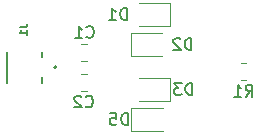
<source format=gbr>
%TF.GenerationSoftware,KiCad,Pcbnew,(5.1.10)-1*%
%TF.CreationDate,2021-11-30T19:49:35-05:00*%
%TF.ProjectId,Microwave_Circuit,4d696372-6f77-4617-9665-5f4369726375,rev?*%
%TF.SameCoordinates,Original*%
%TF.FileFunction,Legend,Bot*%
%TF.FilePolarity,Positive*%
%FSLAX46Y46*%
G04 Gerber Fmt 4.6, Leading zero omitted, Abs format (unit mm)*
G04 Created by KiCad (PCBNEW (5.1.10)-1) date 2021-11-30 19:49:35*
%MOMM*%
%LPD*%
G01*
G04 APERTURE LIST*
%ADD10C,0.120000*%
%ADD11C,0.200000*%
%ADD12C,0.150000*%
G04 APERTURE END LIST*
D10*
%TO.C,R1*%
X192582436Y-67972000D02*
X193036564Y-67972000D01*
X192582436Y-69442000D02*
X193036564Y-69442000D01*
D11*
%TO.C,J1*%
X175694000Y-69176000D02*
X175694000Y-69626000D01*
X175694000Y-67476000D02*
X175694000Y-67026000D01*
X172794000Y-69626000D02*
X172794000Y-67026000D01*
X176944000Y-68326000D02*
G75*
G03*
X176944000Y-68326000I-100000J0D01*
G01*
D10*
%TO.C,D5*%
X183290500Y-71811000D02*
X185975500Y-71811000D01*
X183290500Y-73731000D02*
X183290500Y-71811000D01*
X185975500Y-73731000D02*
X183290500Y-73731000D01*
%TO.C,D3*%
X183912000Y-69271000D02*
X186597000Y-69271000D01*
X186597000Y-69271000D02*
X186597000Y-71191000D01*
X186597000Y-71191000D02*
X183912000Y-71191000D01*
%TO.C,D2*%
X183227000Y-65461000D02*
X185912000Y-65461000D01*
X183227000Y-67381000D02*
X183227000Y-65461000D01*
X185912000Y-67381000D02*
X183227000Y-67381000D01*
%TO.C,D1*%
X183912000Y-62921000D02*
X186597000Y-62921000D01*
X186597000Y-62921000D02*
X186597000Y-64841000D01*
X186597000Y-64841000D02*
X183912000Y-64841000D01*
%TO.C,C2*%
X179001748Y-68861000D02*
X179524252Y-68861000D01*
X179001748Y-70331000D02*
X179524252Y-70331000D01*
%TO.C,C1*%
X179519252Y-67791000D02*
X178996748Y-67791000D01*
X179519252Y-66321000D02*
X178996748Y-66321000D01*
%TO.C,R1*%
D12*
X192976166Y-70809380D02*
X193309500Y-70333190D01*
X193547595Y-70809380D02*
X193547595Y-69809380D01*
X193166642Y-69809380D01*
X193071404Y-69857000D01*
X193023785Y-69904619D01*
X192976166Y-69999857D01*
X192976166Y-70142714D01*
X193023785Y-70237952D01*
X193071404Y-70285571D01*
X193166642Y-70333190D01*
X193547595Y-70333190D01*
X192023785Y-70809380D02*
X192595214Y-70809380D01*
X192309500Y-70809380D02*
X192309500Y-69809380D01*
X192404738Y-69952238D01*
X192499976Y-70047476D01*
X192595214Y-70095095D01*
%TO.C,J1*%
X173830023Y-64937666D02*
X174287166Y-64937666D01*
X174378595Y-64907190D01*
X174439547Y-64846238D01*
X174470023Y-64754809D01*
X174470023Y-64693857D01*
X174470023Y-65577666D02*
X174470023Y-65211952D01*
X174470023Y-65394809D02*
X173830023Y-65394809D01*
X173921452Y-65333857D01*
X173982404Y-65272904D01*
X174012880Y-65211952D01*
%TO.C,D5*%
X182983095Y-73223380D02*
X182983095Y-72223380D01*
X182745000Y-72223380D01*
X182602142Y-72271000D01*
X182506904Y-72366238D01*
X182459285Y-72461476D01*
X182411666Y-72651952D01*
X182411666Y-72794809D01*
X182459285Y-72985285D01*
X182506904Y-73080523D01*
X182602142Y-73175761D01*
X182745000Y-73223380D01*
X182983095Y-73223380D01*
X181506904Y-72223380D02*
X181983095Y-72223380D01*
X182030714Y-72699571D01*
X181983095Y-72651952D01*
X181887857Y-72604333D01*
X181649761Y-72604333D01*
X181554523Y-72651952D01*
X181506904Y-72699571D01*
X181459285Y-72794809D01*
X181459285Y-73032904D01*
X181506904Y-73128142D01*
X181554523Y-73175761D01*
X181649761Y-73223380D01*
X181887857Y-73223380D01*
X181983095Y-73175761D01*
X182030714Y-73128142D01*
%TO.C,D3*%
X188444095Y-70683380D02*
X188444095Y-69683380D01*
X188206000Y-69683380D01*
X188063142Y-69731000D01*
X187967904Y-69826238D01*
X187920285Y-69921476D01*
X187872666Y-70111952D01*
X187872666Y-70254809D01*
X187920285Y-70445285D01*
X187967904Y-70540523D01*
X188063142Y-70635761D01*
X188206000Y-70683380D01*
X188444095Y-70683380D01*
X187539333Y-69683380D02*
X186920285Y-69683380D01*
X187253619Y-70064333D01*
X187110761Y-70064333D01*
X187015523Y-70111952D01*
X186967904Y-70159571D01*
X186920285Y-70254809D01*
X186920285Y-70492904D01*
X186967904Y-70588142D01*
X187015523Y-70635761D01*
X187110761Y-70683380D01*
X187396476Y-70683380D01*
X187491714Y-70635761D01*
X187539333Y-70588142D01*
%TO.C,D2*%
X188380595Y-66873380D02*
X188380595Y-65873380D01*
X188142500Y-65873380D01*
X187999642Y-65921000D01*
X187904404Y-66016238D01*
X187856785Y-66111476D01*
X187809166Y-66301952D01*
X187809166Y-66444809D01*
X187856785Y-66635285D01*
X187904404Y-66730523D01*
X187999642Y-66825761D01*
X188142500Y-66873380D01*
X188380595Y-66873380D01*
X187428214Y-65968619D02*
X187380595Y-65921000D01*
X187285357Y-65873380D01*
X187047261Y-65873380D01*
X186952023Y-65921000D01*
X186904404Y-65968619D01*
X186856785Y-66063857D01*
X186856785Y-66159095D01*
X186904404Y-66301952D01*
X187475833Y-66873380D01*
X186856785Y-66873380D01*
%TO.C,D1*%
X182919595Y-64333380D02*
X182919595Y-63333380D01*
X182681500Y-63333380D01*
X182538642Y-63381000D01*
X182443404Y-63476238D01*
X182395785Y-63571476D01*
X182348166Y-63761952D01*
X182348166Y-63904809D01*
X182395785Y-64095285D01*
X182443404Y-64190523D01*
X182538642Y-64285761D01*
X182681500Y-64333380D01*
X182919595Y-64333380D01*
X181395785Y-64333380D02*
X181967214Y-64333380D01*
X181681500Y-64333380D02*
X181681500Y-63333380D01*
X181776738Y-63476238D01*
X181871976Y-63571476D01*
X181967214Y-63619095D01*
%TO.C,C2*%
X179429666Y-71633142D02*
X179477285Y-71680761D01*
X179620142Y-71728380D01*
X179715380Y-71728380D01*
X179858238Y-71680761D01*
X179953476Y-71585523D01*
X180001095Y-71490285D01*
X180048714Y-71299809D01*
X180048714Y-71156952D01*
X180001095Y-70966476D01*
X179953476Y-70871238D01*
X179858238Y-70776000D01*
X179715380Y-70728380D01*
X179620142Y-70728380D01*
X179477285Y-70776000D01*
X179429666Y-70823619D01*
X179048714Y-70823619D02*
X179001095Y-70776000D01*
X178905857Y-70728380D01*
X178667761Y-70728380D01*
X178572523Y-70776000D01*
X178524904Y-70823619D01*
X178477285Y-70918857D01*
X178477285Y-71014095D01*
X178524904Y-71156952D01*
X179096333Y-71728380D01*
X178477285Y-71728380D01*
%TO.C,C1*%
X179490666Y-65762142D02*
X179538285Y-65809761D01*
X179681142Y-65857380D01*
X179776380Y-65857380D01*
X179919238Y-65809761D01*
X180014476Y-65714523D01*
X180062095Y-65619285D01*
X180109714Y-65428809D01*
X180109714Y-65285952D01*
X180062095Y-65095476D01*
X180014476Y-65000238D01*
X179919238Y-64905000D01*
X179776380Y-64857380D01*
X179681142Y-64857380D01*
X179538285Y-64905000D01*
X179490666Y-64952619D01*
X178538285Y-65857380D02*
X179109714Y-65857380D01*
X178824000Y-65857380D02*
X178824000Y-64857380D01*
X178919238Y-65000238D01*
X179014476Y-65095476D01*
X179109714Y-65143095D01*
%TD*%
M02*

</source>
